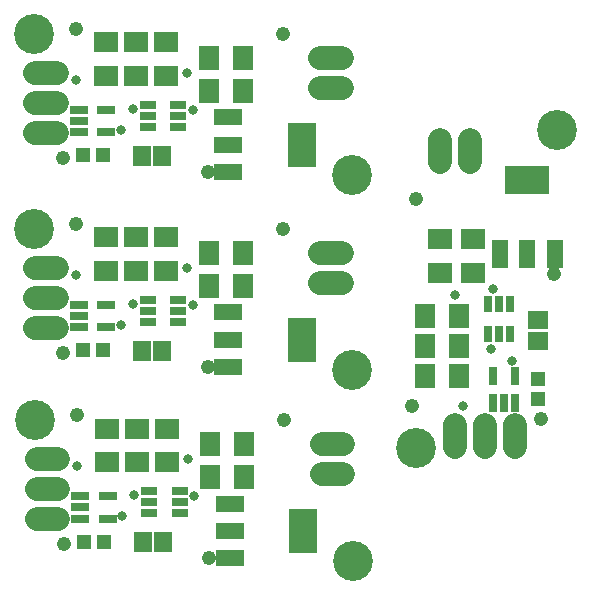
<source format=gts>
G75*
G70*
%OFA0B0*%
%FSLAX24Y24*%
%IPPOS*%
%LPD*%
%AMOC8*
5,1,8,0,0,1.08239X$1,22.5*
%
%ADD10C,0.1330*%
%ADD11R,0.0600X0.0300*%
%ADD12C,0.0789*%
%ADD13R,0.0592X0.0671*%
%ADD14R,0.0710X0.0790*%
%ADD15R,0.0960X0.0560*%
%ADD16R,0.0946X0.1497*%
%ADD17R,0.0580X0.0300*%
%ADD18R,0.0790X0.0710*%
%ADD19C,0.0330*%
%ADD20R,0.0513X0.0474*%
%ADD21R,0.0300X0.0600*%
%ADD22R,0.0671X0.0592*%
%ADD23R,0.0560X0.0960*%
%ADD24R,0.1497X0.0946*%
%ADD25R,0.0300X0.0580*%
%ADD26R,0.0474X0.0513*%
%ADD27C,0.0476*%
D10*
X001084Y005804D03*
X001045Y012182D03*
X001045Y018678D03*
X011645Y013978D03*
X011645Y007482D03*
X013787Y004864D03*
X011684Y001104D03*
X018487Y015464D03*
D11*
X003455Y015388D03*
X003455Y016128D03*
X002535Y016128D03*
X002535Y015758D03*
X002535Y015388D03*
X002535Y009632D03*
X002535Y009262D03*
X002535Y008892D03*
X003455Y008892D03*
X003455Y009632D03*
X003494Y003254D03*
X003494Y002514D03*
X002574Y002514D03*
X002574Y002884D03*
X002574Y003254D03*
D12*
X001839Y003504D02*
X001130Y003504D01*
X001130Y004504D02*
X001839Y004504D01*
X001839Y002504D02*
X001130Y002504D01*
X001091Y008882D02*
X001799Y008882D01*
X001799Y009882D02*
X001091Y009882D01*
X001091Y010882D02*
X001799Y010882D01*
X001799Y015378D02*
X001091Y015378D01*
X001091Y016378D02*
X001799Y016378D01*
X001799Y017378D02*
X001091Y017378D01*
X010591Y017878D02*
X011299Y017878D01*
X011299Y016878D02*
X010591Y016878D01*
X014587Y015118D02*
X014587Y014410D01*
X015587Y014410D02*
X015587Y015118D01*
X011299Y011382D02*
X010591Y011382D01*
X010591Y010382D02*
X011299Y010382D01*
X015087Y005618D02*
X015087Y004910D01*
X016087Y004910D02*
X016087Y005618D01*
X017087Y005618D02*
X017087Y004910D01*
X011339Y005004D02*
X010630Y005004D01*
X010630Y004004D02*
X011339Y004004D01*
D13*
X005339Y001734D03*
X004670Y001734D03*
X004630Y008112D03*
X005300Y008112D03*
X005300Y014608D03*
X004630Y014608D03*
D14*
X006885Y016778D03*
X006885Y017878D03*
X008005Y017878D03*
X008005Y016778D03*
X008005Y011382D03*
X008005Y010282D03*
X006885Y010282D03*
X006885Y011382D03*
X006925Y005004D03*
X006925Y003904D03*
X008044Y003904D03*
X008044Y005004D03*
X014078Y007264D03*
X014078Y008264D03*
X014078Y009264D03*
X015197Y009264D03*
X015197Y008264D03*
X015197Y007264D03*
D15*
X007525Y007572D03*
X007525Y008482D03*
X007525Y009392D03*
X007525Y014068D03*
X007525Y014978D03*
X007525Y015888D03*
X007564Y003014D03*
X007564Y002104D03*
X007564Y001194D03*
D16*
X010005Y002104D03*
X009965Y008482D03*
X009965Y014978D03*
D17*
X005855Y015558D03*
X005855Y015928D03*
X005855Y016298D03*
X004835Y016298D03*
X004835Y015928D03*
X004835Y015558D03*
X004835Y009802D03*
X004835Y009432D03*
X004835Y009062D03*
X005855Y009062D03*
X005855Y009432D03*
X005855Y009802D03*
X005894Y003424D03*
X005894Y003054D03*
X005894Y002684D03*
X004874Y002684D03*
X004874Y003054D03*
X004874Y003424D03*
D18*
X004484Y004394D03*
X003484Y004394D03*
X003484Y005514D03*
X004484Y005514D03*
X005484Y005514D03*
X005484Y004394D03*
X005445Y010772D03*
X004445Y010772D03*
X003445Y010772D03*
X003445Y011892D03*
X004445Y011892D03*
X005445Y011892D03*
X005445Y017268D03*
X004445Y017268D03*
X003445Y017268D03*
X003445Y018388D03*
X004445Y018388D03*
X005445Y018388D03*
X014587Y011824D03*
X015687Y011824D03*
X015687Y010704D03*
X014587Y010704D03*
D19*
X015087Y009964D03*
X016337Y010164D03*
X016287Y008164D03*
X016987Y007764D03*
X015337Y006264D03*
X006384Y003254D03*
X006184Y004504D03*
X004384Y003304D03*
X003984Y002604D03*
X002484Y004254D03*
X003945Y008982D03*
X004345Y009682D03*
X002445Y010632D03*
X006145Y010882D03*
X006345Y009632D03*
X003945Y015478D03*
X004345Y016178D03*
X002445Y017128D03*
X006145Y017378D03*
X006345Y016128D03*
D20*
X003350Y014618D03*
X002680Y014618D03*
X002680Y008122D03*
X003350Y008122D03*
X003389Y001744D03*
X002720Y001744D03*
D21*
X016337Y006354D03*
X016707Y006354D03*
X017077Y006354D03*
X017077Y007274D03*
X016337Y007274D03*
D22*
X017857Y008449D03*
X017857Y009119D03*
D23*
X017487Y011344D03*
X016578Y011344D03*
X018397Y011344D03*
D24*
X017487Y013784D03*
D25*
X016907Y009674D03*
X016537Y009674D03*
X016167Y009674D03*
X016167Y008654D03*
X016537Y008654D03*
X016907Y008654D03*
D26*
X017847Y007169D03*
X017847Y006499D03*
D27*
X002054Y001654D03*
X002484Y005954D03*
X002015Y008032D03*
X002445Y012332D03*
X002015Y014528D03*
X002445Y018828D03*
X006845Y014078D03*
X009345Y012182D03*
X013787Y013164D03*
X018387Y010664D03*
X017937Y005834D03*
X013637Y006264D03*
X009384Y005804D03*
X006845Y007582D03*
X006884Y001204D03*
X009345Y018678D03*
M02*

</source>
